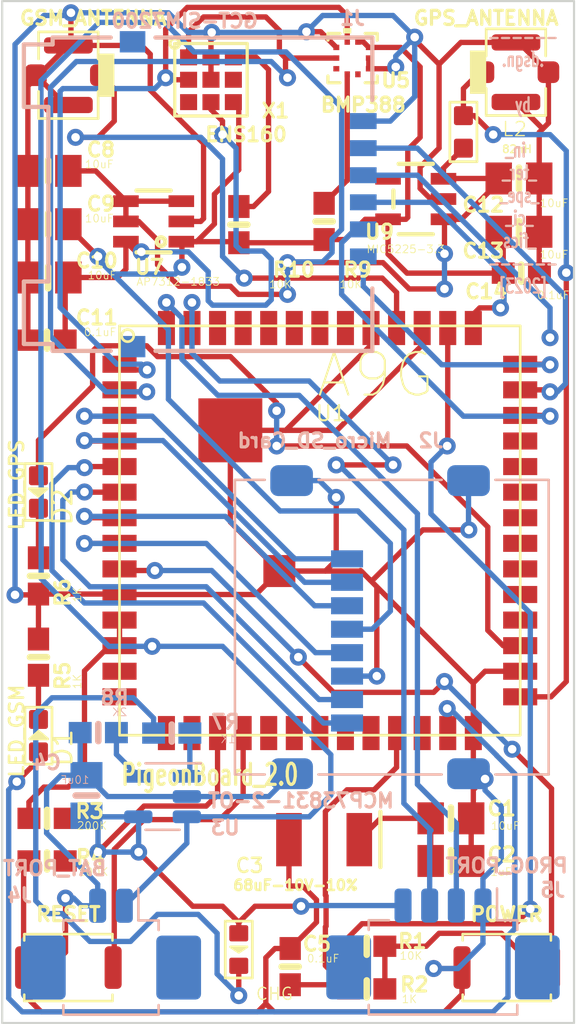
<source format=kicad_pcb>
(kicad_pcb (version 20221018) (generator pcbnew)
  (layers (0 "F.Cu" signal) (31 "B.Cu" signal) (34 "B.Paste" user) (35 "F.Paste" user) (36 "B.SilkS" user "B.Silkscreen") (37 "F.SilkS" user "F.Silkscreen") (38 "B.Mask" user) (39 "F.Mask" user) (44 "Edge.Cuts" user))
  (net 0 "")
  (net 1 "GND")
  (net 2 "/VIN_BAT")
  (net 3 "/IO29")
  (net 4 "/SD_D3")
  (net 5 "/SD_D2")
  (net 6 "/SD_CMD")
  (net 7 "3.3V")
  (net 8 "/SD_CLK")
  (net 9 "/SD_D0")
  (net 10 "/SD_D1")
  (net 11 "/GPS_RF")
  (net 12 "/UART_TX")
  (net 13 "/UART_RX")
  (net 14 "/ADC0")
  (net 15 "/RESET")
  (net 20 "/I2C2_SDA")
  (net 21 "/I2C2_SCL")
  (net 25 "+BATT")
  (net 32 "/SIM_DATA")
  (net 33 "/SIM_VDD")
  (net 34 "/SIM_CLK")
  (net 35 "/SIM_RST")
  (net 36 "/GSM_RF")
  (net 44 "1.8V")
  (net 45 "/PWR_KEY")
  (net 53 "/IO27")
  (net 54 "/IO28")
  (net 56 "Net-(D1-Pad-)")
  (net 57 "Net-(D2-Pad-)")
  (net 58 "+5V")
  (net 59 "Net-(CHG1-Pad-)")
  (net 60 "/VIO")
  (net 61 "Net-(U3-STAT)")
  (net 62 "Net-(U3-PROG)")
  (net 64 "Net-(U5-CSB)")
  (net 65 "Net-(X1-~{CS})")
  (net 66 "/SIM_VPP_UNCONN")
  (footprint "Adafruit ENS160:ENS160" (layer "F.Cu") (at 85.691 56.354)
    (fp_text reference "X1")
    (fp_text value "ENS160")
  )
  (footprint "Adafruit BMP388:0603-NO" (layer "F.Cu") (at 78 93 180)
    (fp_text reference "R4")
    (fp_text value "100K")
  )
  (footprint "Maduino Zero A9G GPS Tracker v3.3:4P-U-FL" (layer "F.Cu") (at 100 56)
    (fp_text reference "GPS_ANTENNA")
    (fp_text value "ANTENNA-U-FL")
  )
  (footprint "Adafruit BMP388:0603-NO" (layer "F.Cu") (at 77.597 79.629 90)
    (fp_text reference "R6")
    (fp_text value "1K")
  )
  (footprint "Adafruit BMP388:0603-NO" (layer "F.Cu") (at 87 63.15 -90)
    (fp_text reference "R10")
    (fp_text value "10K")
  )
  (footprint "Adafruit BMP388:0603-NO" (layer "F.Cu") (at 89.408 97.956 90)
    (fp_text reference "C5")
    (fp_text value "0.1uF")
  )
  (footprint "Button_Switch_SMD:SW_Push_SPST_NO_Alps_SKRK" (layer "F.Cu") (at 79 98 180)
    (fp_text reference "SW_RST1" hide)
    (fp_text value "RESET")
  )
  (footprint "Adafruit BMP388:0805-NO" (layer "F.Cu") (at 100.142 60.985392)
    (fp_text reference "C12")
    (fp_text value "10uF")
  )
  (footprint "Adafruit BMP388:0603-NO" (layer "F.Cu") (at 78 91)
    (fp_text reference "R3")
    (fp_text value "200K")
  )
  (footprint "Adafruit BMP388:0603-NO" (layer "F.Cu") (at 91 63 -90)
    (fp_text reference "R9")
    (fp_text value "10K")
  )
  (footprint "Adafruit ENS160:SOT23-6" (layer "F.Cu") (at 83 63 90)
    (fp_text reference "U7")
    (fp_text value "AP7312-1833")
  )
  (footprint "Adafruit BMP388:0603-NO" (layer "F.Cu") (at 77.597 83.439 -90)
    (fp_text reference "R5")
    (fp_text value "1K")
  )
  (footprint "Maduino Zero A9G GPS Tracker v3.3:LED-0603" (layer "F.Cu") (at 77.597 75.692 -90)
    (fp_text reference "D2")
    (fp_text value "LED_GPS")
  )
  (footprint "Adafruit BMP388:SOT23-5" (layer "F.Cu") (at 95.3001 61.95 90)
    (fp_text reference "U9")
    (fp_text value "MIC5225-3.3")
  )
  (footprint "Adafruit ENS160:0805-NO" (layer "F.Cu") (at 78.05 63.13 180)
    (fp_text reference "C9")
    (fp_text value "10uF")
  )
  (footprint "Adafruit ENS160:0603-NO" (layer "F.Cu") (at 78 68.57 180)
    (fp_text reference "C11")
    (fp_text value "0.1uF")
  )
  (footprint "Adafruit BMP388:0603-NO" (layer "F.Cu") (at 93 97 180)
    (fp_text reference "R1")
    (fp_text value "10K")
  )
  (footprint "Adafruit BMP388:0603-NO" (layer "F.Cu") (at 100.252 65.425392)
    (fp_text reference "C14")
    (fp_text value "0.1uF")
  )
  (footprint "Adafruit ENS160:0805-NO" (layer "F.Cu") (at 78.05 65.63 180)
    (fp_text reference "C10")
    (fp_text value "10uF")
  )
  (footprint "Maduino Zero A9G GPS Tracker v3.3:EIA3528" (layer "F.Cu") (at 91 92)
    (fp_text reference "C3")
    (fp_text value "68uF-10V-10%")
  )
  (footprint "Adafruit BMP388:0805-NO" (layer "F.Cu") (at 96.95 93 180)
    (fp_text reference "C2")
    (fp_text value "1uF")
  )
  (footprint "Adafruit BMP388:0603-NO" (layer "F.Cu") (at 93 99)
    (fp_text reference "R2")
    (fp_text value "1K")
  )
  (footprint "Adafruit ENS160:0805-NO" (layer "F.Cu") (at 78.05 60.63 180)
    (fp_text reference "C8")
    (fp_text value "10uF")
  )
  (footprint "Maduino Zero A9G GPS Tracker v3.3:L0603" (layer "F.Cu") (at 97.536 58.801 -90)
    (fp_text reference "L2")
    (fp_text value "82nH")
  )
  (footprint "Adafruit BMP388:0805-NO" (layer "F.Cu") (at 100.142 63.485392)
    (fp_text reference "C13")
    (fp_text value "10uF")
  )
  (footprint "footprints:QFN_BMP388_BOS" (layer "F.Cu") (at 92.334585 55.337172)
    (fp_text reference "U5")
    (fp_text value "BMP388")
  )
  (footprint "Maduino Zero A9G GPS Tracker v3.3:4P-U-FL" (layer "F.Cu") (at 79 56.141642 180)
    (fp_text reference "GSM_ANTENNA")
    (fp_text value "ANTENNA-U-FL")
  )
  (footprint "Maduino Zero A9G GPS Tracker v3.3:A9G" (layer "F.Cu") (at 90.8 77.5)
    (fp_text reference "U1")
    (fp_text value "A9G")
  )
  (footprint "Adafruit BMP388:0805-NO" (layer "F.Cu") (at 96.95 91 180)
    (fp_text reference "C1")
    (fp_text value "10uF")
  )
  (footprint "Button_Switch_SMD:SW_Push_SPST_NO_Alps_SKRK" (layer "F.Cu") (at 99.569479 98 180)
    (fp_text reference "SW_POW1" hide)
    (fp_text value "POWER")
  )
  (footprint "Maduino Zero A9G GPS Tracker v3.3:LED-0603" (layer "F.Cu") (at 77.597 87.122 90)
    (fp_text reference "D1")
    (fp_text value "LED_GSM")
  )
  (footprint "Maduino Zero A9G GPS Tracker v3.3:D0603" (layer "F.Cu") (at 86.995 97.155 -90)
    (fp_text reference "CHG")
    (fp_text value "CHG")
  )
  (footprint "sim7200:GCT_SIM7200-6-0-18-00-X_REVA" (layer "B.Cu") (at 85.087 61.723 -90)
    (fp_text reference "J1")
    (fp_text value "GCT-SIM7200-XRevA")
  )
  (footprint "Connector_Molex:Molex_PicoBlade_53261-0471_1x04-1MP_P1.25mm_Horizontal" (layer "B.Cu") (at 96.577191 97.491398 180)
    (fp_text reference "J5")
    (fp_text value "PROG_PORT")
  )
  (footprint "Connector_Molex:Molex_PicoBlade_53261-0271_1x02-1MP_P1.25mm_Horizontal" (layer "B.Cu") (at 81 97.5 180)
    (fp_text reference "J4")
    (fp_text value "BAT_PORT")
  )
  (footprint "Adafruit BMP388:0805-NO" (layer "B.Cu") (at 79.85 89.929227 -90)
    (fp_text reference "C4")
    (fp_text value "10uF")
  )
  (footprint "Connector_Card:microSD_HC_Molex_47219-2001" (layer "B.Cu") (at 94.175 82.033 -90)
    (fp_text reference "J2")
    (fp_text value "Micro_SD_Card")
  )
  (footprint "Package_TO_SOT_SMD:SOT-23-5" (layer "B.Cu") (at 83.420188 89.978133 180)
    (fp_text reference "U3")
    (fp_text value "MCP73831-2-OT")
  )
  (footprint "Adafruit BMP388:0603-NO" (layer "B.Cu") (at 80.404275 86.978523 180)
    (fp_text reference "R8")
    (fp_text value "2K")
  )
  (footprint "Adafruit BMP388:0603-NO" (layer "B.Cu") (at 83.85 87)
    (fp_text reference "R7")
    (fp_text value "1K")
  )
  (gr_rect (start 75.895 52.663278) (end 102.725 100.6) (stroke (width 0.1)) (fill none) (layer "Edge.Cuts"))
  (gr_text "------\n.dsgn.\n\n  by  \n\n  in_\n _ter_\n _spe_\n _ci_\n _fics\n------\n[2023]" (at 100.33 66.421) (layer "B.SilkS") (effects (font (size 0.66 0.44) (thickness 0.11) bold) (justify bottom mirror)))
  (gr_text "PigeonBoard_2.0" (at 81.407 89.535) (layer "F.SilkS") (effects (font (size 0.99 0.66)) (justify left bottom)))
  (segment (start 82.430642 54.744642) (end 82.841 55.155) (width 0.25) (layer "F.Cu") (net 1))
  (segment (start 86.6 77.1) (end 88.9 79.4) (width 0.25) (layer "F.Cu") (net 1))
  (segment (start 98.552 89.154) (end 98.508 89.154) (width 0.25) (layer "F.Cu") (net 1))
  (segment (start 88.9 79.4) (end 91.059 79.4) (width 0.25) (layer "F.Cu") (net 1))
  (segment (start 98 88.602) (end 98 88.519) (width 0.25) (layer "F.Cu") (net 1))
  (segment (start 100 54.603) (end 100.127 54.603) (width 0.25) (layer "F.Cu") (net 1))
  (segment (start 88.265 99.695) (end 87.884 100.076) (width 0.25) (layer "F.Cu") (net 1))
  (segment (start 93.472 80.137) (end 97.987 84.652) (width 0.25) (layer "F.Cu") (net 1))
  (segment (start 81.379 80.479) (end 81.4 80.5) (width 0.25) (layer "F.Cu") (net 1))
  (segment (start 98.508 89.154) (end 98 89.662) (width 0.25) (layer "F.Cu") (net 1))
  (segment (start 77.597 80.479) (end 81.379 80.479) (width 0.25) (layer "F.Cu") (net 1))
  (segment (start 85.691 55.304) (end 85.691 54.1675) (width 0.25) (layer "F.Cu") (net 1))
  (segment (start 78.873 57.538642) (end 77.476 56.141642) (width 0.25) (layer "F.Cu") (net 1))
  (segment (start 91.6 72.8) (end 89.2 72.8) (width 0.25) (layer "F.Cu") (net 1))
  (segment (start 100.127 54.603) (end 101.524 56) (width 0.25) (layer "F.Cu") (net 1))
  (segment (start 92.837 79.502) (end 92.735 79.4) (width 0.25) (layer "F.Cu") (net 1))
  (segment (start 76.4975 80.518) (end 77.558 80.518) (width 0.25) (layer "F.Cu") (net 1))
  (segment (start 85.691 55.304) (end 85.691 56.354) (width 0.25) (layer "F.Cu") (net 1))
  (segment (start 76.9 99.252) (end 76.9 98) (width 0.25) (layer "F.Cu") (net 1))
  (segment (start 93.2815 79.8195) (end 93.1545 79.8195) (width 0.25) (layer "F.Cu") (net 1))
  (segment (start 101.092 58.821244) (end 101.258122 58.655122) (width 0.25) (layer "F.Cu") (net 1))
  (segment (start 97.79 77.47) (end 95.631 77.47) (width 0.25) (layer "F.Cu") (net 1))
  (segment (start 93.472 84.328) (end 93.472 80.137) (width 0.25) (layer "F.Cu") (net 1))
  (segment (start 89.35 94.176) (end 89.994305 94.176) (width 0.25) (layer "F.Cu") (net 1))
  (segment (start 91.567 78.892) (end 91.059 79.4) (width 0.25) (layer "F.Cu") (net 1))
  (segment (start 95.6 68.8) (end 91.6 72.8) (width 0.25) (layer "F.Cu") (net 1))
  (segment (start 89.994305 94.176) (end 90.641 94.822695) (width 0.25) (layer "F.Cu") (net 1))
  (segment (start 88.265 97.536) (end 88.265 99.695) (width 0.25) (layer "F.Cu") (net 1))
  (segment (start 95.25 54.356) (end 95.25 54.483) (width 0.25) (layer "F.Cu") (net 1))
  (segment (start 87.884 100.076) (end 77.724 100.076) (width 0.25) (layer "F.Cu") (net 1))
  (segment (start 95.25 54.483) (end 96.393 55.626) (width 0.25) (layer "F.Cu") (net 1))
  (segment (start 97.416 54.603) (end 100 54.603) (width 0.25) (layer "F.Cu") (net 1))
  (segment (start 77.1 56.644642) (end 77.603 56.141642) (width 0.25) (layer "F.Cu") (net 1))
  (segment (start 77.1 65.63) (end 77.1 68.52) (width 0.25) (layer "F.Cu") (net 1))
  (segment (start 77.1 63.13) (end 77.1 65.63) (width 0.25) (layer "F.Cu") (net 1))
  (segment (start 96.139 98.044) (end 97.425479 98.044) (width 0.25) (layer "F.Cu") (net 1))
  (segment (start 79.121 54.623642) (end 79 54.744642) (width 0.25) (layer "F.Cu") (net 1))
  (segment (start 77.558 80.518) (end 77.597 80.479) (width 0.25) (layer "F.Cu") (net 1))
  (segment (start 87.8 80.5) (end 88.9 79.4) (width 0.25) (layer "F.Cu") (net 1))
  (segment (start 89.408 97.106) (end 88.695 97.106) (width 0.25) (layer "F.Cu") (net 1))
  (segment (start 97.9 91) (end 97.9 93) (width 0.25) (layer "F.Cu") (net 1))
  (segment (start 90.641 94.822695) (end 90.641 95.873) (width 0.25) (layer "F.Cu") (net 1))
  (segment (start 77.1 68.52) (end 77.15 68.57) (width 0.25) (layer "F.Cu") (net 1))
  (segment (start 79.121 53.213) (end 79.121 54.623642) (width 0.25) (layer "F.Cu") (net 1))
  (segment (start 98 89.662) (end 98 90.9) (width 0.25) (layer "F.Cu") (net 1))
  (segment (start 78.061 98) (end 76.9 98) (width 0.25) (layer "F.Cu") (net 1))
  (segment (start 86.6 72.8) (end 86.6 77.1) (width 0.25) (layer "F.Cu") (net 1))
  (segment (start 96.0002 61.95) (end 95.504 61.4538) (width 0.25) (layer "F.Cu") (net 1))
  (segment (start 98 87) (end 98 88.519) (width 0.25) (layer "F.Cu") (net 1))
  (segment (start 95.504 60.452) (end 96.393 59.563) (width 0.25) (layer "F.Cu") (net 1))
  (segment (start 77.1 56.517642) (end 77.476 56.141642) (width 0.25) (layer "F.Cu") (net 1))
  (segment (start 92.837 79.502) (end 92.71 79.375) (width 0.25) (layer "F.Cu") (net 1))
  (segment (start 85.209 63) (end 84.3 63) (width 0.25) (layer "F.Cu") (net 1))
  (segment (start 79 54.617642) (end 79 54.744642) (width 0.25) (layer "F.Cu") (net 1))
  (segment (start 76.9 93.25) (end 77.15 93) (width 0.25) (layer "F.Cu") (net 1))
  (segment (start 101.092 65.415392) (end 101.102 65.425392) (width 0.25) (layer "F.Cu") (net 1))
  (segment (start 77.597 82.589) (end 77.597 80.479) (width 0.25) (layer "F.Cu") (net 1))
  (segment (start 85.344 62.865) (end 85.209 63) (width 0.25) (layer "F.Cu") (net 1))
  (segment (start 79 54.744642) (end 82.430642 54.744642) (width 0.25) (layer "F.Cu") (net 1))
  (segment (start 89.2 72.8) (end 86.6 72.8) (width 0.25) (layer "F.Cu") (net 1))
  (segment (start 94.276829 55.837171) (end 94.361 55.753) (width 0.25) (layer "F.Cu") (net 1))
  (segment (start 79 54.744642) (end 77.603 56.141642) (width 0.25) (layer "F.Cu") (net 1))
  (segment (start 97.469479 99.253521) (end 96.647 100.076) (width 0.25) (layer "F.Cu") (net 1))
  (segment (start 97.987 84.652) (end 98 84.652) (width 0.25) (layer "F.Cu") (net 1))
  (segment (start 79 57.538642) (end 78.873 57.538642) (width 0.25) (layer "F.Cu") (net 1))
  (segment (start 88.646 100.076) (end 88.265 99.695) (width 0.25) (layer "F.Cu") (net 1))
  (segment (start 98 84.652) (end 98.552 84.1) (width 0.25) (layer "F.Cu") (net 1))
  (segment (start 100.2 84.1) (end 98.552 84.1) (width 0.25) (layer "F.Cu") (net 1))
  (segment (start 97.425479 98.044) (end 97.469479 98) (width 0.25) (layer "F.Cu") (net 1))
  (segment (start 101.524 58.389244) (end 101.258122 58.655122) (width 0.25) (layer "F.Cu") (net 1))
  (segment (start 93.2 68.8) (end 89.2 72.8) (width 0.25) (layer "F.Cu") (net 1))
  (segment (start 78.867 97.282) (end 78.105 98.044) (width 0.25) (layer "F.Cu") (net 1))
  (segment (start 96.647 100.076) (end 88.646 100.076) (width 0.25) (layer "F.Cu") (net 1))
  (segment (start 101.092 60.985392) (end 101.092 63.485392) (width 0.25) (layer "F.Cu") (net 1))
  (segment (start 81.4 80.5) (end 87.8 80.5) (width 0.25) (layer "F.Cu") (net 1))
  (segment (start 96.393 59.563) (end 96.393 55.626) (width 0.25) (layer "F.Cu") (net 1))
  (segment (start 93.096585 55.337172) (end 93.096585 55.837171) (width 0.25) (layer "F.Cu") (net 1))
  (segment (start 90.837412 54.102) (end 91.572585 54.837173) (width 0.25) (layer "F.Cu") (net 1))
  (segment (start 98 87) (end 98 84.652) (width 0.25) (layer "F.Cu") (net 1))
  (segment (start 82.841 55.155) (end 82.841 56.83862) (width 0.25) (layer "F.Cu") (net 1))
  (segment (start 77.1 60.63) (end 77.1 56.517642) (width 0.25) (layer "F.Cu") (net 1))
  (segment (start 88.695 97.106) (end 88.265 97.536) (width 0.25) (layer "F.Cu") (net 1))
  (segment (start 97.469479 98) (end 97.469479 99.253521) (width 0.25) (layer "F.Cu") (net 1))
  (segment (start 95.504 61.4538) (end 95.504 60.452) (width 0.25) (layer "F.Cu") (net 1))
  (segment (start 101.524 56) (end 101.524 58.389244) (width 0.25) (layer "F.Cu") (net 1))
  (segment (start 85.344 59.34162) (end 85.344 62.865) (width 0.25) (layer "F.Cu") (net 1))
  (segment (start 93.096585 55.837171) (end 94.276829 55.837171) (width 0.25) (layer "F.Cu") (net 1))
  (segment (start 93.2 68) (end 93.2 68.8) (width 0.25) (layer "F.Cu") (net 1))
  (segment (start 91.567 75.946) (end 91.567 78.892) (width 0.25) (layer "F.Cu") (net 1))
  (segment (start 89.35 92) (end 89.35 94.176) (width 0.25) (layer "F.Cu") (net 1))
  (segment (start 98.552 89.154) (end 98 88.602) (width 0.25) (layer "F.Cu") (net 1))
  (segment (start 98 90.9) (end 97.9 91) (width 0.25) (layer "F.Cu") (net 1))
  (segment (start 76.9 98) (end 76.9 93.25) (width 0.25) (layer "F.Cu") (net 1))
  (segment (start 101.092 63.485392) (end 101.092 65.415392) (width 0.25) (layer "F.Cu") (net 1))
  (segment (start 95.631 77.47) (end 93.2815 79.8195) (width 0.25) (layer "F.Cu") (net 1))
  (segment (start 93.1545 79.8195) (end 92.837 79.502) (width 0.25) (layer "F.Cu") (net 1))
  (segment (start 77.724 100.076) (end 76.9 99.252) (width 0.25) (layer "F.Cu") (net 1))
  (segment (start 92.735 79.4) (end 91.059 79.4) (width 0.25) (layer "F.Cu") (net 1))
  (segment (start 101.258122 58.655122) (end 100 57.397) (width 0.25) (layer "F.Cu") (net 1))
  (segment (start 90.17 54.102) (end 90.837412 54.102) (width 0.25) (layer "F.Cu") (net 1))
  (segment (start 77.1 60.63) (end 77.1 63.13) (width 0.25) (layer "F.Cu") (net 1))
  (segment (start 90.641 95.873) (end 89.408 97.106) (width 0.25) (layer "F.Cu") (net 1))
  (segment (start 82.841 56.83862) (end 85.344 59.34162) (width 0.25) (layer "F.Cu") (net 1))
  (segment (start 95.6 68) (end 95.6 68.8) (width 0.25) (layer "F.Cu") (net 1))
  (segment (start 85.691 54.1675) (end 85.725 54.1335) (width 0.25) (layer "F.Cu") (net 1))
  (segment (start 101.092 60.985392) (end 101.092 58.821244) (width 0.25) (layer "F.Cu") (net 1))
  (segment (start 96.393 55.626) (end 97.416 54.603) (width 0.25) (layer "F.Cu") (net 1))
  (segment (start 93.472 80.137) (end 93.1545 79.8195) (width 0.25) (layer "F.Cu") (net 1))
  (segment (start 78.867 94.742) (end 78.867 97.282) (width 0.25) (layer "F.Cu") (net 1))
  (segment (start 96.6002 61.95) (end 96.0002 61.95) (width 0.25) (layer "F.Cu") (net 1))
  (via (at 76.4975 80.518) (size 0.8) (drill 0.4) (layers "F.Cu" "B.Cu") (net 1))
  (via (at 94.361 55.753) (size 0.8) (drill 0.4) (layers "F.Cu" "B.Cu") (net 1))
  (via (at 98.552 89.154) (size 0.8) (drill 0.4) (layers "F.Cu" "B.Cu") (net 1))
  (via (at 96.139 98.044) (size 0.8) (drill 0.4) (layers "F.Cu" "B.Cu") (net 1))
  (via (at 95.25 54.356) (size 0.8) (drill 0.4) (layers "F.Cu" "B.Cu") (net 1))
  (via (at 78.867 94.742) (size 0.8) (drill 0.4) (layers "F.Cu" "B.Cu") (net 1))
  (via (at 91.567 75.946) (size 0.8) (drill 0.4) (layers "F.Cu" "B.Cu") (net 1))
  (via (at 79.121 53.213) (size 0.8) (drill 0.4) (layers "F.Cu" "B.Cu") (net 1))
  (via (at 93.472 84.328) (size 0.8) (drill 0.4) (layers "F.Cu" "B.Cu") (net 1))
  (via (at 85.725 54.1335) (size 0.8) (drill 0.4) (layers "F.Cu" "B.Cu") (net 1))
  (via (at 97.79 77.47) (size 0.8) (drill 0.4) (layers "F.Cu" "B.Cu") (net 1))
  (via (at 90.17 54.102) (size 0.8) (drill 0.4) (layers "F.Cu" "B.Cu") (net 1))
  (segment (start 94.234 53.34) (end 90.932 53.34) (width 0.25) (layer "B.Cu") (net 1))
  (segment (start 98.452191 96.873809) (end 98.452191 95.091398) (width 0.25) (layer "B.Cu") (net 1))
  (segment (start 97.775 77.455) (end 97.79 77.47) (width 0.25) (layer "B.Cu") (net 1))
  (segment (start 77.851 53.34) (end 78.994 53.34) (width 0.25) (layer "B.Cu") (net 1))
  (segment (start 98.021 89.154) (end 97.775 88.908) (width 0.25) (layer "B.Cu") (net 1))
  (segment (start 95.25 54.356) (end 94.234 53.34) (width 0.25) (layer "B.Cu") (net 1))
  (segment (start 95.25 54.356) (end 94.996 54.102) (width 0.25) (layer "B.Cu") (net 1))
  (segment (start 99.314 92.964) (end 98.452191 93.825809) (width 0.25) (layer "B.Cu") (net 1))
  (segment (start 98.552 89.685) (end 99.291 90.424) (width 0.25) (layer "B.Cu") (net 1))
  (segment (start 84.557688 89.978133) (end 88.404867 89.978133) (width 0.25) (layer "B.Cu") (net 1))
  (segment (start 79.554275 88.683502) (end 79.85 88.979227) (width 0.25) (layer "B.Cu") (net 1))
  (segment (start 76.4975 54.6935) (end 77.851 53.34) (width 0.25) (layer "B.Cu") (net 1))
  (segment (start 77.978 89.662) (end 78.660773 88.979227) (width 0.25) (layer "B.Cu") (net 1))
  (segment (start 97.775 75.158) (end 97.775 77.455) (width 0.25) (layer "B.Cu") (net 1))
  (segment (start 94.107 58.293) (end 92.837 58.293) (width 0.25) (layer "B.Cu") (net 1))
  (segment (start 98.452191 93.825809) (end 98.452191 95.091398) (width 0.25) (layer "B.Cu") (net 1))
  (segment (start 79.554275 86.978523) (end 79.554275 88.683502) (width 0.25) (layer "B.Cu") (net 1))
  (segment (start 99.314 90.424) (end 99.314 92.964) (width 0.25) (layer "B.Cu") (net 1))
  (segment (start 77.978 91.694) (end 77.978 89.662) (width 0.25) (layer "B.Cu") (net 1))
  (segment (start 95.25 54.356) (end 95.25 57.15) (width 0.25) (layer "B.Cu") (net 1))
  (segment (start 90.779 75.158) (end 91.567 75.946) (width 0.25) (layer "B.Cu") (net 1))
  (segment (start 80.375 94.091) (end 77.978 91.694) (width 0.25) (layer "B.Cu") (net 1))
  (segment (start 97.282 98.044) (end 98.452191 96.873809) (width 0.25) (layer "B.Cu") (net 1))
  (segment (start 78.867 94.742) (end 79.248 94.742) (width 0.25) (layer "B.Cu") (net 1))
  (segment (start 79.652 95.1) (end 80.375 95.1) (width 0.25) (layer "B.Cu") (net 1))
  (segment (start 79.629 95.123) (end 79.652 95.1) (width 0.25) (layer "B.Cu") (net 1))
  (segment (start 90.932 53.34) (end 90.17 54.102) (width 0.25) (layer "B.Cu") (net 1))
  (segment (start 98.552 89.154) (end 98.021 89.154) (width 0.25) (layer "B.Cu") (net 1))
  (segment (start 95.25 57.15) (end 94.107 58.293) (width 0.25) (layer "B.Cu") (net 1))
  (segment (start 92.075 84.328) (end 93.472 84.328) (width 0.25) (layer "B.Cu") (net 1))
  (segment (start 98.552 89.154) (end 98.552 89.685) (width 0.25) (layer "B.Cu") (net 1))
  (segment (start 99.291 90.424) (end 99.314 90.424) (width 0.25) (layer "B.Cu") (net 1))
  (segment (start 96.139 98.044) (end 97.282 98.044) (width 0.25) (layer "B.Cu") (net 1))
  (segment (start 85.725 54.1335) (end 90.1385 54.1335) (width 0.25) (layer "B.Cu") (net 1))
  (segment (start 88.404867 89.978133) (end 89.475 88.908) (width 0.25) (layer "B.Cu") (net 1))
  (segment (start 78.660773 88.979227) (end 79.85 88.979227) (width 0.25) (layer "B.Cu") (net 1))
  (segment (start 76.4975 80.518) (end 76.4975 54.6935) (width 0.25) (layer "B.Cu") (net 1))
  (segment (start 80.375 95.1) (end 80.375 94.091) (width 0.25) (layer "B.Cu") (net 1))
  (segment (start 94.361 55.753) (end 94.361 55.245) (width 0.25) (layer "B.Cu") (net 1))
  (segment (start 94.361 55.245) (end 95.25 54.356) (width 0.25) (layer "B.Cu") (net 1))
  (segment (start 84.6135 54.1335) (end 83.693 53.213) (width 0.25) (layer "B.Cu") (net 1))
  (segment (start 78.994 53.34) (end 79.121 53.213) (width 0.25) (layer "B.Cu") (net 1))
  (segment (start 83.693 53.213) (end 79.121 53.213) (width 0.25) (layer "B.Cu") (net 1))
  (segment (start 89.475 75.158) (end 90.779 75.158) (width 0.25) (layer "B.Cu") (net 1))
  (segment (start 85.725 54.1335) (end 84.6135 54.1335) (width 0.25) (layer "B.Cu") (net 1))
  (segment (start 90.1385 54.1335) (end 90.17 54.102) (width 0.25) (layer "B.Cu") (net 1))
  (segment (start 84.557688 89.978133) (end 80.848906 89.978133) (width 0.25) (layer "B.Cu") (net 1))
  (segment (start 79.248 94.742) (end 79.629 95.123) (width 0.25) (layer "B.Cu") (net 1))
  (segment (start 80.848906 89.978133) (end 79.85 88.979227) (width 0.25) (layer "B.Cu") (net 1))
  (segment (start 93.65 91) (end 92.65 92) (width 0.25) (layer "F.Cu") (net 2))
  (segment (start 96 91) (end 93.65 91) (width 0.25) (layer "F.Cu") (net 2))
  (segment (start 96 91) (end 96 93) (width 0.25) (layer "F.Cu") (net 2))
  (segment (start 91.091 96.059396) (end 91.091 94.636299) (width 0.25) (layer "F.Cu") (net 3))
  (segment (start 91.059 97.909) (end 92.15 99) (width 0.25) (layer "F.Cu") (net 3))
  (segment (start 94.4 87) (end 94.4 88.607) (width 0.25) (layer "F.Cu") (net 3))
  (segment (start 91.059 96.091396) (end 91.059 97.909) (width 0.25) (layer "F.Cu") (net 3))
  (segment (start 89.408 98.806) (end 91.956 98.806) (width 0.25) (layer "F.Cu") (net 3))
  (segment (start 91.059 90.678) (end 91.059 94.604299) (width 0.25) (layer "F.Cu") (net 3))
  (segment (start 94.4 88.607) (end 93.345 89.662) (width 0.25) (layer "F.Cu") (net 3))
  (segment (start 93.345 89.662) (end 92.075 89.662) (width 0.25) (layer "F.Cu") (net 3))
  (segment (start 91.059 96.091396) (end 91.091 96.059396) (width 0.25) (layer "F.Cu") (net 3))
  (segment (start 91.091 94.636299) (end 91.059 94.604299) (width 0.25) (layer "F.Cu") (net 3))
  (segment (start 92.075 89.662) (end 91.059 90.678) (width 0.25) (layer "F.Cu") (net 3))
  (segment (start 91.956 98.806) (end 92.15 99) (width 0.25) (layer "F.Cu") (net 3))
  (segment (start 79.792 72.1) (end 79.756 72.136) (width 0.25) (layer "F.Cu") (net 4))
  (segment (start 81.364 72.136) (end 81.4 72.1) (width 0.25) (layer "F.Cu") (net 4))
  (segment (start 79.756 72.136) (end 81.364 72.136) (width 0.25) (layer "F.Cu") (net 4))
  (via (at 79.756 72.136) (size 0.8) (drill 0.4) (layers "F.Cu" "B.Cu") (net 4))
  (segment (start 89.623 78.828) (end 82.931 72.136) (width 0.25) (layer "B.Cu") (net 4))
  (segment (start 82.931 72.136) (end 79.756 72.136) (width 0.25) (layer "B.Cu") (net 4))
  (segment (start 92.075 78.828) (end 89.623 78.828) (width 0.25) (layer "B.Cu") (net 4))
  (segment (start 79.776998 73.3) (end 79.756 73.279002) (width 0.25) (layer "F.Cu") (net 5))
  (segment (start 81.4 73.3) (end 79.776998 73.3) (width 0.25) (layer "F.Cu") (net 5))
  (via (at 79.756 73.279002) (size 0.8) (drill 0.4) (layers "F.Cu" "B.Cu") (net 5))
  (segment (start 79.756002 73.279) (end 79.756 73.279002) (width 0.25) (layer "B.Cu") (net 5))
  (segment (start 90.088 79.928) (end 83.439 73.279) (width 0.25) (layer "B.Cu") (net 5))
  (segment (start 83.439 73.279) (end 79.756002 73.279) (width 0.25) (layer "B.Cu") (net 5))
  (segment (start 92.075 79.928) (end 90.088 79.928) (width 0.25) (layer "B.Cu") (net 5))
  (segment (start 81.4 76.9) (end 79.821 76.9) (width 0.25) (layer "F.Cu") (net 6))
  (segment (start 79.821 76.9) (end 79.756 76.835) (width 0.25) (layer "F.Cu") (net 6))
  (via (at 79.756 76.835) (size 0.8) (drill 0.4) (layers "F.Cu" "B.Cu") (net 6))
  (segment (start 92.075 81.028) (end 90.553 81.028) (width 0.25) (layer "B.Cu") (net 6))
  (segment (start 90.553 81.028) (end 86.36 76.835) (width 0.25) (layer "B.Cu") (net 6))
  (segment (start 86.36 76.835) (end 79.756 76.835) (width 0.25) (layer "B.Cu") (net 6))
  (segment (start 92.834584 54.575172) (end 93.096585 54.837173) (width 0.25) (layer "F.Cu") (net 7))
  (segment (start 87 64) (end 90.85 64) (width 0.25) (layer "F.Cu") (net 7))
  (segment (start 90.85 64) (end 91 63.85) (width 0.25) (layer "F.Cu") (net 7))
  (segment (start 85.852 61.722) (end 86.995 60.579) (width 0.25) (layer "F.Cu") (net 7))
  (segment (start 94 62.9) (end 94 62.885) (width 0.25) (layer "F.Cu") (net 7))
  (segment (start 91 63.85) (end 91.979 63.85) (width 0.25) (layer "F.Cu") (net 7))
  (segment (start 86.95 63.95) (end 87 64) (width 0.25) (layer "F.Cu") (net 7))
  (segment (start 91.979 63.85) (end 92.929 62.9) (width 0.25) (layer "F.Cu") (net 7))
  (segment (start 85.852 63.119) (end 85.852 61.722) (width 0.25) (layer "F.Cu") (net 7))
  (segment (start 94 64.536) (end 94.889392 65.425392) (width 0.25) (layer "F.Cu") (net 7))
  (segment (start 94.925 59.634) (end 95.0595 59.4995) (width 0.25) (layer "F.Cu") (net 7))
  (segment (start 99.192 63.485392) (end 98.923392 63.754) (width 0.25) (layer "F.Cu") (net 7))
  (segment (start 85.021 63.95) (end 85.852 63.119) (width 0.25) (layer "F.Cu") (net 7))
  (segment (start 84.3 63.95) (end 85.021 63.95) (width 0.25) (layer "F.Cu") (net 7))
  (segment (start 94 62.9) (end 94 64.536) (width 0.25) (layer "F.Cu") (net 7))
  (segment (start 94.834 62.9) (end 94.925 62.809) (width 0.25) (layer "F.Cu") (net 7))
  (segment (start 95.504 59.055) (end 95.0595 59.4995) (width 0.25) (layer "F.Cu") (net 7))
  (segment (start 94.925 62.809) (end 94.925 59.634) (width 0.25) (layer "F.Cu") (net 7))
  (segment (start 84.3 63.95) (end 86.95 63.95) (width 0.25) (layer "F.Cu") (net 7))
  (segment (start 94.889392 65.425392) (end 99.568122 65.425392) (width 0.25) (layer "F.Cu") (net 7))
  (segment (start 95.504 55.753) (end 95.504 59.055) (width 0.25) (layer "F.Cu") (net 7))
  (segment (start 79 63.252) (end 80.391 64.643) (width 0.25) (layer "F.Cu") (net 7))
  (segment (start 94.588173 54.837173) (end 95.504 55.753) (width 0.25) (layer "F.Cu") (net 7))
  (segment (start 93.096585 54.837173) (end 94.588173 54.837173) (width 0.25) (layer "F.Cu") (net 7))
  (segment (start 86.995 60.579) (end 86.995 57.658) (width 0.25) (layer "F.Cu") (net 7))
  (segment (start 86.995 57.658) (end 86.741 57.404) (width 0.25) (layer "F.Cu") (net 7))
  (segment (start 94 62.885) (end 93.98 62.865) (width 0.25) (layer "F.Cu") (net 7))
  (segment (start 94 62.9) (end 94.834 62.9) (width 0.25) (layer "F.Cu") (net 7))
  (segment (start 84.328 65.1505) (end 84.328 63.978) (width 0.25) (layer "F.Cu") (net 7))
  (segment (start 92.584585 54.575172) (end 92.834584 54.575172) (width 0.25) (layer "F.Cu") (net 7))
  (segment (start 99.402 63.695392) (end 99.192 63.485392) (width 0.25) (layer "F.Cu") (net 7))
  (segment (start 92.929 62.9) (end 94 62.9) (width 0.25) (layer "F.Cu") (net 7))
  (segment (start 84.328 63.978) (end 84.3 63.95) (width 0.25) (layer "F.Cu") (net 7))
  (segment (start 79 63.13) (end 79 63.252) (width 0.25) (layer "F.Cu") (net 7))
  (segment (start 99.402 65.425392) (end 99.402 63.695392) (width 0.25) (layer "F.Cu") (net 7))
  (via (at 84.328 65.1505) (size 0.8) (drill 0.4) (layers "F.Cu" "B.Cu") (net 7))
  (via (at 80.391 64.643) (size 0.8) (drill 0.4) (layers "F.Cu" "B.Cu") (net 7))
  (segment (start 92.075 82.128) (end 93.259 82.128) (width 0.25) (layer "B.Cu") (net 7))
  (segment (start 88.93272 76.581) (end 83.693 71.34128) (width 0.25) (layer "B.Cu") (net 7))
  (segment (start 83.693 68.072) (end 81.0895 65.4685) (width 0.25) (layer "B.Cu") (net 7))
  (segment (start 84.328 65.1505) (end 84.01 65.4685) (width 0.25) (layer "B.Cu") (net 7))
  (segment (start 80.391 64.643) (end 80.391 64.77) (width 0.25) (layer "B.Cu") (net 7))
  (segment (start 83.693 71.34128) (end 83.693 68.072) (width 0.25) (layer "B.Cu") (net 7))
  (segment (start 92.583 76.581) (end 88.93272 76.581) (width 0.25) (layer "B.Cu") (net 7))
  (segment (start 94.107 81.28) (end 94.107 78.105) (width 0.25) (layer "B.Cu") (net 7))
  (segment (start 80.391 64.77) (end 80.772 65.151) (width 0.25) (layer "B.Cu") (net 7))
  (segment (start 81.0895 65.4685) (end 80.772 65.151) (width 0.25) (layer "B.Cu") (net 7))
  (segment (start 84.01 65.4685) (end 81.0895 65.4685) (width 0.25) (layer "B.Cu") (net 7))
  (segment (start 94.107 78.105) (end 92.583 76.581) (width 0.25) (layer "B.Cu") (net 7))
  (segment (start 93.259 82.128) (end 94.107 81.28) (width 0.25) (layer "B.Cu") (net 7))
  (segment (start 81.4 78.1) (end 79.761 78.1) (width 0.25) (layer "F.Cu") (net 8))
  (segment (start 79.761 78.1) (end 79.756 78.105) (width 0.25) (layer "F.Cu") (net 8))
  (via (at 79.756 78.105) (size 0.8) (drill 0.4) (layers "F.Cu" "B.Cu") (net 8))
  (segment (start 85.471 78.105) (end 90.594 83.228) (width 0.25) (layer "B.Cu") (net 8))
  (segment (start 90.594 83.228) (end 92.075 83.228) (width 0.25) (layer "B.Cu") (net 8))
  (segment (start 79.756 78.105) (end 85.471 78.105) (width 0.25) (layer "B.Cu") (net 8))
  (segment (start 81.4 75.7) (end 79.764 75.7) (width 0.25) (layer "F.Cu") (net 9))
  (segment (start 79.764 75.7) (end 79.756 75.692) (width 0.25) (layer "F.Cu") (net 9))
  (via (at 79.756 75.692) (size 0.8) (drill 0.4) (layers "F.Cu" "B.Cu") (net 9))
  (segment (start 92.075 85.428) (end 90.762 85.428) (width 0.25) (layer "B.Cu") (net 9))
  (segment (start 78.74 78.867) (end 78.74 76.073) (width 0.25) (layer "B.Cu") (net 9))
  (segment (start 78.74 76.073) (end 79.121 75.692) (width 0.25) (layer "B.Cu") (net 9))
  (segment (start 80.01 80.137) (end 78.74 78.867) (width 0.25) (layer "B.Cu") (net 9))
  (segment (start 85.471 80.137) (end 80.01 80.137) (width 0.25) (layer "B.Cu") (net 9))
  (segment (start 90.762 85.428) (end 85.471 80.137) (width 0.25) (layer "B.Cu") (net 9))
  (segment (start 79.121 75.692) (end 79.756 75.692) (width 0.25) (layer "B.Cu") (net 9))
  (segment (start 81.4 74.5) (end 79.805 74.5) (width 0.25) (layer "F.Cu") (net 10))
  (segment (start 79.805 74.5) (end 79.756 74.549) (width 0.25) (layer "F.Cu") (net 10))
  (via (at 79.756 74.549) (size 0.8) (drill 0.4) (layers "F.Cu" "B.Cu") (net 10))
  (segment (start 78.232 79.375) (end 78.232 75.311) (width 0.25) (layer "B.Cu") (net 10))
  (segment (start 78.232 75.311) (end 78.994 74.549) (width 0.25) (layer "B.Cu") (net 10))
  (segment (start 85.344 80.899) (end 79.756 80.899) (width 0.25) (layer "B.Cu") (net 10))
  (segment (start 92.075 86.528) (end 90.973 86.528) (width 0.25) (layer "B.Cu") (net 10))
  (segment (start 78.994 74.549) (end 79.756 74.549) (width 0.25) (layer "B.Cu") (net 10))
  (segment (start 79.756 80.899) (end 78.232 79.375) (width 0.25) (layer "B.Cu") (net 10))
  (segment (start 90.973 86.528) (end 85.344 80.899) (width 0.25) (layer "B.Cu") (net 10))
  (segment (start 102.362 65.405) (end 102.362 84.582) (width 0.25) (layer "F.Cu") (net 11))
  (segment (start 98.476 56) (end 98.305 56) (width 0.25) (layer "F.Cu") (net 11))
  (segment (start 102.362 84.582) (end 102.235 84.709) (width 0.25) (layer "F.Cu") (net 11))
  (segment (start 98.305 56) (end 97.536 56.769) (width 0.25) (layer "F.Cu") (net 11))
  (segment (start 101.644 85.3) (end 100.2 85.3) (width 0.25) (layer "F.Cu") (net 11))
  (segment (start 97.536 58.039) (end 98.044 58.039) (width 0.25) (layer "F.Cu") (net 11))
  (segment (start 97.536 56.769) (end 97.536 58.039) (width 0.25) (layer "F.Cu") (net 11))
  (segment (start 102.235 84.709) (end 101.644 85.3) (width 0.25) (layer "F.Cu") (net 11))
  (segment (start 98.044 58.039) (end 98.933 58.928) (width 0.25) (layer "F.Cu") (net 11))
  (via (at 98.933 58.928) (size 0.8) (drill 0.4) (layers "F.Cu" "B.Cu") (net 11))
  (via (at 102.362 65.405) (size 0.8) (drill 0.4) (layers "F.Cu" "B.Cu") (net 11))
  (segment (start 101.6 58.928) (end 102.362 59.69) (width 0.25) (layer "B.Cu") (net 11))
  (segment (start 102.362 59.69) (end 102.362 65.405) (width 0.25) (layer "B.Cu") (net 11))
  (segment (start 98.933 58.928) (end 101.6 58.928) (width 0.25) (layer "B.Cu") (net 11))
  (segment (start 83.6 66.802) (end 83.6 68) (width 0.25) (layer "F.Cu") (net 12))
  (via (at 83.6 66.802) (size 0.8) (drill 0.4) (layers "F.Cu" "B.Cu") (net 12))
  (segment (start 84.328 69.469) (end 86.016 71.157) (width 0.25) (layer "B.Cu") (net 12))
  (segment (start 97.202191 91.233191) (end 97.202191 95.091398) (width 0.25) (layer "B.Cu") (net 12))
  (segment (start 84.328 67.53) (end 84.328 69.469) (width 0.25) (layer "B.Cu") (net 12))
  (segment (start 86.016 71.157) (end 89.826 71.157) (width 0.25) (layer "B.Cu") (net 12))
  (segment (start 83.6 66.802) (end 84.328 67.53) (width 0.25) (layer "B.Cu") (net 12))
  (segment (start 95.377 76.708) (end 95.377 89.408) (width 0.25) (layer "B.Cu") (net 12))
  (segment (start 95.377 89.408) (end 97.202191 91.233191) (width 0.25) (layer "B.Cu") (net 12))
  (segment (start 89.826 71.157) (end 95.377 76.708) (width 0.25) (layer "B.Cu") (net 12))
  (segment (start 91.567 74.422) (end 94.234 74.422) (width 0.25) (layer "F.Cu") (net 13))
  (segment (start 84.8 66.802) (end 84.8 68) (width 0.25) (layer "F.Cu") (net 13))
  (via (at 94.234 74.422) (size 0.8) (drill 0.4) (layers "F.Cu" "B.Cu") (net 13))
  (via (at 91.567 74.422) (size 0.8) (drill 0.4) (layers "F.Cu" "B.Cu") (net 13))
  (via (at 84.8 66.802) (size 0.8) (drill 0.4) (layers "F.Cu" "B.Cu") (net 13))
  (segment (start 95.952191 95.091398) (end 95.952191 91.626809) (width 0.25) (layer "B.Cu") (net 13))
  (segment (start 86.106 70.485) (end 90.297 70.485) (width 0.25) (layer "B.Cu") (net 13))
  (segment (start 91.694 74.422) (end 91.567 74.422) (width 0.25) (layer "B.Cu") (net 13))
  (segment (start 84.8 69.179) (end 86.106 70.485) (width 0.25) (layer "B.Cu") (net 13))
  (segment (start 94.742 77.47) (end 91.694 74.422) (width 0.25) (layer "B.Cu") (net 13))
  (segment (start 90.297 70.485) (end 94.234 74.422) (width 0.25) (layer "B.Cu") (net 13))
  (segment (start 94.742 90.297) (end 94.742 77.47) (width 0.25) (layer "B.Cu") (net 13))
  (segment (start 96.012 91.567) (end 94.742 90.297) (width 0.25) (layer "B.Cu") (net 13))
  (segment (start 84.8 66.802) (end 84.8 69.179) (width 0.25) (layer "B.Cu") (net 13))
  (segment (start 95.952191 91.626809) (end 96.012 91.567) (width 0.25) (layer "B.Cu") (net 13))
  (segment (start 87.2 89.965) (end 87.2 87) (width 0.25) (layer "F.Cu") (net 15))
  (segment (start 86.106 91.059) (end 87.2 89.965) (width 0.25) (layer "F.Cu") (net 15))
  (segment (start 81.1 98) (end 81.153 97.947) (width 0.25) (layer "F.Cu") (net 15))
  (segment (start 82.55 91.059) (end 86.106 91.059) (width 0.25) (layer "F.Cu") (net 15))
  (segment (start 81.153 97.947) (end 81.153 92.456) (width 0.25) (layer "F.Cu") (net 15))
  (segment (start 81.153 92.456) (end 82.55 91.059) (width 0.25) (layer "F.Cu") (net 15))
  (segment (start 82.677 70.993) (end 81.493 70.993) (width 0.25) (layer "F.Cu") (net 20))
  (segment (start 81.493 70.993) (end 81.4 70.9) (width 0.25) (layer "F.Cu") (net 20))
  (segment (start 89.188828 56.168828) (end 89.281 56.261) (width 0.25) (layer "F.Cu") (net 20))
  (segment (start 84.641 54.112) (end 85.344 53.409) (width 0.25) (layer "F.Cu") (net 20))
  (segment (start 85.344 53.409) (end 88.265 53.409) (width 0.25) (layer "F.Cu") (net 20))
  (segment (start 88.9 54.044) (end 88.9 55.048344) (width 0.25) (layer "F.Cu") (net 20))
  (segment (start 88.265 53.409) (end 88.9 54.044) (width 0.25) (layer "F.Cu") (net 20))
  (segment (start 89.188828 55.337172) (end 89.188828 56.168828) (width 0.25) (layer "F.Cu") (net 20))
  (segment (start 89.188828 55.337172) (end 91.572585 55.337172) (width 0.25) (layer "F.Cu") (net 20))
  (segment (start 88.9 55.048344) (end 89.188828 55.337172) (width 0.25) (layer "F.Cu") (net 20))
  (segment (start 84.641 55.304) (end 84.641 54.112) (width 0.25) (layer "F.Cu") (net 20))
  (via (at 89.281 56.261) (size 0.8) (drill 0.4) (layers "F.Cu" "B.Cu") (net 20))
  (via (at 82.677 70.993) (size 0.8) (drill 0.4) (layers "F.Cu" "B.Cu") (net 20))
  (segment (start 82.677 70.993) (end 80.762695 70.993) (width 0.25) (layer "B.Cu") (net 20))
  (segment (start 88.519 55.499) (end 89.281 56.261) (width 0.25) (layer "B.Cu") (net 20))
  (segment (start 78.163 56.709604) (end 79.373604 55.499) (width 0.25) (layer "B.Cu") (net 20))
  (segment (start 78.163 68.393305) (end 78.163 56.709604) (width 0.25) (layer "B.Cu") (net 20))
  (segment (start 80.762695 70.993) (end 78.163 68.393305) (width 0.25) (layer "B.Cu") (net 20))
  (segment (start 79.373604 55.499) (end 88.519 55.499) (width 0.25) (layer "B.Cu") (net 20))
  (segment (start 83.566 53.975) (end 84.582 52.959) (width 0.25) (layer "F.Cu") (net 21))
  (segment (start 81.667011 69.967011) (end 81.4 69.7) (width 0.25) (layer "F.Cu") (net 21))
  (segment (start 91.694 52.959) (end 92.084585 53.349585) (width 0.25) (layer "F.Cu") (net 21))
  (segment (start 84.582 52.959) (end 91.694 52.959) (width 0.25) (layer "F.Cu") (net 21))
  (segment (start 82.692945 69.967011) (end 81.667011 69.967011) (width 0.25) (layer "F.Cu") (net 21))
  (segment (start 83.566 56.007) (end 83.566 53.975) (width 0.25) (layer "F.Cu") (net 21))
  (segment (start 83.566 56.2605) (end 83.566 56.007) (width 0.25) (layer "F.Cu") (net 21))
  (segment (start 84.641 56.354) (end 83.913 56.354) (width 0.25) (layer "F.Cu") (net 21))
  (segment (start 83.913 56.354) (end 83.566 56.007) (width 0.25) (layer "F.Cu") (net 21))
  (segment (start 92.084585 53.349585) (end 92.084585 54.575172) (width 0.25) (layer "F.Cu") (net 21))
  (via (at 82.692945 69.967011) (size 0.8) (drill 0.4) (layers "F.Cu" "B.Cu") (net 21))
  (via (at 83.566 56.2605) (size 0.8) (drill 0.4) (layers "F.Cu" "B.Cu") (net 21))
  (segment (start 78.613 56.896) (end 78.613 67.03362) (width 0.25) (layer "B.Cu") (net 21))
  (segment (start 78.74 56.769) (end 78.613 56.896) (width 0.25) (layer "B.Cu") (net 21))
  (segment (start 81.27738 69.698) (end 82.423934 69.698) (width 0.25) (layer "B.Cu") (net 21))
  (segment (start 82.423934 69.698) (end 82.692945 69.967011) (width 0.25) (layer "B.Cu") (net 21))
  (segment (start 78.613 67.03362) (end 81.27738 69.698) (width 0.25) (layer "B.Cu") (net 21))
  (segment (start 83.566 56.2605) (end 83.0575 56.769) (width 0.25) (layer "B.Cu") (net 21))
  (segment (start 83.0575 56.769) (end 78.74 56.769) (width 0.25) (layer "B.Cu") (net 21))
  (segment (start 81.7 62.05) (end 81.7 63) (width 0.25) (layer "F.Cu") (net 25))
  (segment (start 77.851 89.535) (end 77.15 90.236) (width 0.25) (layer "F.Cu") (net 25))
  (segment (start 86.985695 66.421) (end 89.281 66.421) (width 0.25) (layer "F.Cu") (net 25))
  (segment (start 83.185 63.885) (end 83.185 65.032805) (width 0.25) (layer "F.Cu") (net 25))
  (segment (start 84.192195 66.04) (end 86.604695 66.04) (width 0.25) (layer "F.Cu") (net 25))
  (segment (start 82.931 82.931) (end 81.431 82.931) (width 0.25) (layer "F.Cu") (net 25))
  (segment (start 80.28 60.63) (end 81.7 62.05) (width 0.25) (layer "F.Cu") (net 25))
  (segment (start 79 60.63) (end 80.28 60.63) (width 0.25) (layer "F.Cu") (net 25))
  (segment (start 78.994 89.535) (end 77.851 89.535) (width 0.25) (layer "F.Cu") (net 25))
  (segment (start 93.762104 64.9345) (end 94.994604 66.167) (width 0.25) (layer "F.Cu") (net 25))
  (segment (start 77.15 90.236) (end 77.15 91) (width 0.25) (layer "F.Cu") (net 25))
  (segment (start 80.94038 82.9) (end 79.756 84.08438) (width 0.25) (layer "F.Cu") (net 25))
  (segment (start 83.185 65.032805) (end 84.192195 66.04) (width 0.25) (layer "F.Cu") (net 25))
  (segment (start 96.6002 60.4988) (end 97.536 59.563) (width 0.25) (layer "F.Cu") (net 25))
  (segment (start 81.4 81.7) (end 81.4 82.9) (width 0.25) (layer "F.Cu") (net 25))
  (segment (start 96.647 64.516) (end 96.647 62.9468) (width 0.25) (layer "F.Cu") (net 25))
  (segment (start 96.6002 62.9) (end 97.443514 62.9) (width 0.25) (layer "F.Cu") (net 25))
  (segment (start 99.177392 61) (end 99.192 60.985392) (width 0.25) (layer "F.Cu") (net 25))
  (segment (start 79.756 88.773) (end 78.994 89.535) (width 0.25) (layer "F.Cu") (net 25))
  (segment (start 96.597618 60.997418) (end 96.6002 61) (width 0.25) (layer "F.Cu") (net 25))
  (segment (start 81.431 82.931) (end 81.4 82.9) (width 0.25) (layer "F.Cu") (net 25))
  (segment (start 89.281 64.9345) (end 93.762104 64.9345) (width 0.25) (layer "F.Cu") (net 25))
  (segment (start 82.3 63) (end 83.185 63.885) (width 0.25) (layer "F.Cu") (net 25))
  (segment (start 94.994604 66.167) (end 96.647 66.167) (width 0.25) (layer "F.Cu") (net 25))
  (segment (start 79.756 84.08438) (end 79.756 88.773) (width 0.25) (layer "F.Cu") (net 25))
  (segment (start 81.7 63) (end 82.3 63) (width 0.25) (layer "F.Cu") (net 25))
  (segment (start 96.647 62.9468) (end 96.6002 62.9) (width 0.25) (layer "F.Cu") (net 25))
  (segment (start 86.604695 66.04) (end 86.985695 66.421) (width 0.25) (layer "F.Cu") (net 25))
  (segment (start 81.4 82.9) (end 80.94038 82.9) (width 0.25) (layer "F.Cu") (net 25))
  (segment (start 96.614808 60.985392) (end 96.6002 61) (width 0.25) (layer "F.Cu") (net 25))
  (segment (start 96.6002 61) (end 96.6002 60.4988) (width 0.25) (layer "F.Cu") (net 25))
  (segment (start 99.192 61.151514) (end 97.443514 62.9) (width 0.25) (layer "F.Cu") (net 25))
  (segment (start 99.192 60.985392) (end 99.192 61.151514) (width 0.25) (layer "F.Cu") (net 25))
  (segment (start 81.7 62.05) (end 84.3 62.05) (width 0.25) (layer "F.Cu") (net 25))
  (segment (start 99.192 60.985392) (end 96.614808 60.985392) (width 0.25) (layer "F.Cu") (net 25))
  (via (at 89.281 66.421) (size 0.8) (drill 0.4) (layers "F.Cu" "B.Cu") (net 25))
  (via (at 89.281 64.9345) (size 0.8) (drill 0.4) (layers "F.Cu" "B.Cu") (net 25))
  (via (at 96.647 66.167) (size 0.8) (drill 0.4) (layers "F.Cu" "B.Cu") (net 25))
  (via (at 96.647 64.516) (size 0.8) (drill 0.4) (layers "F.Cu" "B.Cu") (net 25))
  (via (at 82.931 82.931) (size 0.8) (drill 0.4) (layers "F.Cu" "B.Cu") (net 25))
  (segment (start 84.892604 55.049) (end 89.212 55.049) (width 0.25) (layer "B.Cu") (net 25))
  (segment (start 77.724 75.184) (end 77.713 75.173) (width 0.25) (layer "B.Cu") (net 25))
  (segment (start 83.506604 53.663) (end 84.892604 55.049) (width 0.25) (layer "B.Cu") (net 25))
  (segment (start 81.625 95.1) (end 84.4255 92.2995) (width 0.25) (layer "B.Cu") (net 25))
  (segment (start 84.557688 92.167312) (end 84.4255 92.2995) (width 0.25) (layer "B.Cu") (net 25))
  (segment (start 91.313 89.916) (end 91.313 88.011) (width 0.25) (layer "B.Cu") (net 25))
  (segment (start 77.713 75.173) (end 77.713 56.399) (width 0.25) (layer "B.Cu") (net 25))
  (segment (start 77.724 79.756) (end 77.724 75.184) (width 0.25) (layer "B.Cu") (net 25))
  (segment (start 84.557688 90.928133) (end 90.300867 90.928133) (width 0.25) (layer "B.Cu") (net 25))
  (segment (start 91.313 88.011) (end 86.233 82.931) (width 0.25) (layer "B.Cu") (net 25))
  (segment (start 91.821 63.371604) (end 91.371 63.821604) (width 0.25) (layer "B.Cu") (net 25))
  (segment (start 90.300867 90.928133) (end 91.313 89.916) (width 0.25) (layer "B.Cu") (net 25))
  (segment (start 80.899 82.931) (end 77.724 79.756) (width 0.25) (layer "B.Cu") (net 25))
  (segment (start 91.371 64.458) (end 90.932 64.897) (width 0.25) (layer "B.Cu") (net 25))
  (segment (start 91.371 63.821604) (end 91.371 64.458) (width 0.25) (layer "B.Cu") (net 25))
  (segment (start 89.281 64.9345) (end 89.281 66.421) (width 0.25) (layer "B.Cu") (net 25))
  (segment (start 89.3185 64.897) (end 89.281 64.9345) (width 0.25) (layer "B.Cu") (net 25))
  (segment (start 80.449 53.663) (end 83.506604 53.663) (width 0.25) (layer "B.Cu") (net 25))
  (segment (start 90.932 64.897) (end 89.3185 64.897) (width 0.25) (layer "B.Cu") (net 25))
  (segment (start 82.931 82.931) (end 80.899 82.931) (width 0.25) (layer "B.Cu") (net 25))
  (segment (start 86.233 82.931) (end 82.931 82.931) (width 0.25) (layer "B.Cu") (net 25))
  (segment (start 84.557688 90.928133) (end 84.557688 92.167312) (width 0.25) (layer "B.Cu") (net 25))
  (segment (start 91.821 57.658) (end 91.821 63.371604) (width 0.25) (layer "B.Cu") (net 25))
  (segment (start 77.713 56.399) (end 80.449 53.663) (width 0.25) (layer "B.Cu") (net 25))
  (segment (start 96.647 64.516) (end 96.647 66.167) (width 0.25) (layer "B.Cu") (net 25))
  (segment (start 89.212 55.049) (end 91.821 57.658) (width 0.25) (layer "B.Cu") (net 25))
  (segment (start 101.564 72.1) (end 100.2 72.1) (width 0.25) (layer "F.Cu") (net 32))
  (segment (start 101.6 72.136) (end 101.564 72.1) (width 0.25) (layer "F.Cu") (net 32))
  (via (at 101.6 72.136) (size 0.8) (drill 0.4) (layers "F.Cu" "B.Cu") (net 32))
  (segment (start 97.536 72.136) (end 91.821 66.421) (width 0.25) (layer "B.Cu") (net 32))
  (segment (start 91.821 64.008) (end 92.456 63.373) (width 0.25) (layer "B.Cu") (net 32))
  (segment (start 91.821 66.421) (end 91.821 64.008) (width 0.25) (layer "B.Cu") (net 32))
  (segment (start 101.6 72.136) (end 97.536 72.136) (width 0.25) (layer "B.Cu") (net 32))
  (segment (start 92.456 63.373) (end 92.837 63.373) (width 0.25) (layer "B.Cu") (net 32))
  (segment (start 101.507 70.9) (end 100.2 70.9) (width 0.25) (layer "F.Cu") (net 33))
  (segment (start 101.6 70.993) (end 101.507 70.9) (width 0.25) (layer "F.Cu") (net 33))
  (via (at 101.6 70.993) (size 0.8) (drill 0.4) (layers "F.Cu" "B.Cu") (net 33))
  (segment (start 101.944 70.993) (end 102.325 70.612) (width 0.25) (layer "B.Cu") (net 33))
  (segment (start 101.6 70.993) (end 101.944 70.993) (width 0.25) (layer "B.Cu") (net 33))
  (segment (start 95.377 59.563) (end 92.837 59.563) (width 0.25) (layer "B.Cu") (net 33))
  (segment (start 102.325 66.511) (end 95.377 59.563) (width 0.25) (layer "B.Cu") (net 33))
  (segment (start 102.325 70.612) (end 102.325 66.511) (width 0.25) (layer "B.Cu") (net 33))
  (segment (start 101.577 69.7) (end 100.2 69.7) (width 0.25) (layer "F.Cu") (net 34))
  (segment (start 101.6 69.723) (end 101.577 69.7) (width 0.25) (layer "F.Cu") (net 34))
  (via (at 101.6 69.723) (size 0.8) (drill 0.4) (layers "F.Cu" "B.Cu") (net 34))
  (segment (start 92.837 66.04) (end 92.837 64.643) (width 0.25) (layer "B.Cu") (net 34))
  (segment (start 101.6 69.723) (end 96.52 69.723) (width 0.25) (layer "B.Cu") (net 34))
  (segment (start 96.52 69.723) (end 92.837 66.04) (width 0.25) (layer "B.Cu") (net 34))
  (segment (start 98 68) (end 98 67.354) (width 0.25) (layer "F.Cu") (net 35))
  (segment (start 98 67.354) (end 98.298 67.056) (width 0.25) (layer "F.Cu") (net 35))
  (segment (start 98.298 67.056) (end 99.441 67.056) (width 0.25) (layer "F.Cu") (net 35))
  (via (at 99.274878 67.056) (size 0.8) (drill 0.4) (layers "F.Cu" "B.Cu") (net 35))
  (segment (start 99.441 65.532) (end 99.441 67.056) (width 0.25) (layer "B.Cu") (net 35))
  (segment (start 92.837 62.103) (end 96.012 62.103) (width 0.25) (layer "B.Cu") (net 35))
  (segment (start 96.012 62.103) (end 99.441 65.532) (width 0.25) (layer "B.Cu") (net 35))
  (segment (start 93.726 65.659) (end 88.9 65.659) (width 0.25) (layer "F.Cu") (net 36))
  (segment (start 81.153 56.770642) (end 80.524 56.141642) (width 0.25) (layer "F.Cu") (net 36))
  (segment (start 87.249 65.659) (end 88.9 65.659) (width 0.25) (layer "F.Cu") (net 36))
  (segment (start 88.9 65.659) (end 88.773 65.659) (width 0.25) (layer "F.Cu") (net 36))
  (segment (start 94.4 68) (end 94.4 66.333) (width 0.25) (layer "F.Cu") (net 36))
  (segment (start 94.4 66.333) (end 93.726 65.659) (width 0.25) (layer "F.Cu") (net 36))
  (segment (start 81.153 58.293) (end 81.153 56.770642) (width 0.25) (layer "F.Cu") (net 36))
  (segment (start 80.391 59.055) (end 81.153 58.293) (width 0.25) (layer "F.Cu") (net 36))
  (segment (start 79.3375 59.055) (end 80.391 59.055) (width 0.25) (layer "F.Cu") (net 36))
  (via (at 79.3375 59.055) (size 0.8) (drill 0.4) (layers "F.Cu" "B.Cu") (net 36))
  (via (at 87.249 65.659) (size 0.8) (drill 0.4) (layers "F.Cu" "B.Cu") (net 36))
  (segment (start 86.233 60.071) (end 86.233 64.643) (width 0.25) (layer "B.Cu") (net 36))
  (segment (start 86.233 64.643) (end 87.249 65.659) (width 0.25) (layer "B.Cu") (net 36))
  (segment (start 85.217 59.055) (end 86.233 60.071) (width 0.25) (layer "B.Cu") (net 36))
  (segment (start 79.3375 59.055) (end 85.217 59.055) (width 0.25) (layer "B.Cu") (net 36))
  (segment (start 85.691 57.751) (end 86.233 58.293) (width 0.25) (layer "F.Cu") (net 44))
  (segment (start 85.691 57.404) (end 85.691 57.751) (width 0.25) (layer "F.Cu") (net 44))
  (segment (start 79 65.63) (end 81.309 65.63) (width 0.25) (layer "F.Cu") (net 44))
  (segment (start 82.1765 64.4265) (end 81.7 63.95) (width 0.25) (layer "F.Cu") (net 44))
  (segment (start 81.7 65.239) (end 81.7 63.95) (width 0.25) (layer "F.Cu") (net 44))
  (segment (start 78.85 65.78) (end 79 65.63) (width 0.25) (layer "F.Cu") (net 44))
  (segment (start 81.309 65.63) (end 81.7 65.239) (width 0.25) (layer "F.Cu") (net 44))
  (segment (start 78.85 68.57) (end 78.85 65.78) (width 0.25) (layer "F.Cu") (net 44))
  (segment (start 86.233 58.293) (end 86.233 58.928) (width 0.25) (layer "F.Cu") (net 44))
  (segment (start 82.423 64.4265) (end 82.1765 64.4265) (width 0.25) (layer "F.Cu") (net 44))
  (via (at 86.233 58.928) (size 0.8) (drill 0.4) (layers "F.Cu" "B.Cu") (net 44))
  (via (at 82.423 64.4265) (size 0.8) (drill 0.4) (layers "F.Cu" "B.Cu") (net 44))
  (segment (start 88.265 66.929) (end 88.519 66.675) (width 0.25) (layer "B.Cu") (net 44))
  (segment (start 86.868 59.563) (end 86.233 58.928) (width 0.25) (layer "B.Cu") (net 44))
  (segment (start 85.561 65.358695) (end 85.561 66.721305) (width 0.25) (layer "B.Cu") (net 44))
  (segment (start 88.519 64.77) (end 88.138 64.389) (width 0.25) (layer "B.Cu") (net 44))
  (segment (start 85.561 66.721305) (end 85.768695 66.929) (width 0.25) (layer "B.Cu") (net 44))
  (segment (start 88.138 64.389) (end 87.122 64.389) (width 0.25) (layer "B.Cu") (net 44))
  (segment (start 82.423 64.4265) (end 82.4235 64.426) (width 0.25) (layer "B.Cu") (net 44))
  (segment (start 82.4235 64.426) (end 84.628305 64.426) (width 0.25) (layer "B.Cu") (net 44))
  (segment (start 87.122 64.389) (end 86.868 64.135) (width 0.25) (layer "B.Cu") (net 44))
  (segment (start 85.768695 66.929) (end 88.265 66.929) (width 0.25) (layer "B.Cu") (net 44))
  (segment (start 84.628305 64.426) (end 85.561 65.358695) (width 0.25) (layer "B.Cu") (net 44))
  (segment (start 86.868 64.135) (end 86.868 59.563) (width 0.25) (layer "B.Cu") (net 44))
  (segment (start 88.519 66.675) (end 88.519 64.77) (width 0.25) (layer "B.Cu") (net 44))
  (segment (start 95.786 97) (end 96.393 96.393) (width 0.25) (layer "F.Cu") (net 45))
  (segment (start 99.822 87.757) (end 101.669479 89.604479) (width 0.25) (layer "F.Cu") (net 45))
  (segment (start 96.139 85.09) (end 96.647 84.582) (width 0.25) (layer "F.Cu") (net 45))
  (segment (start 89.789 83.439) (end 91.44 85.09) (width 0.25) (layer "F.Cu") (net 45))
  (segment (start 83.058 79.375) (end 81.475 79.375) (width 0.25) (layer "F.Cu") (net 45))
  (segment (start 101.669479 89.604479) (end 101.669479 98) (width 0.25) (layer "F.Cu") (net 45))
  (segment (start 96.393 96.393) (end 99.314 96.393) (width 0.25) (layer "F.Cu") (net 45))
  (segment (start 91.44 85.09) (end 96.139 85.09) (width 0.25) (layer "F.Cu") (net 45))
  (segment (start 100.921 98) (end 101.669479 98) (width 0.25) (layer "F.Cu") (net 45))
  (segment (start 93.85 97) (end 93.85 99) (width 0.25) (layer "F.Cu") (net 45))
  (segment (start 99.314 96.393) (end 100.921 98) (width 0.25) (layer "F.Cu") (net 45))
  (segment (start 81.475 79.375) (end 81.4 79.3) (width 0.25) (layer "F.Cu") (net 45))
  (segment (start 93.85 97) (end 95.786 97) (width 0.25) (layer "F.Cu") (net 45))
  (via (at 89.789 83.439) (size 0.8) (drill 0.4) (layers "F.Cu" "B.Cu") (net 45))
  (via (at 83.058 79.375) (size 0.8) (drill 0.4) (layers "F.Cu" "B.Cu") (net 45))
  (via (at 99.822 87.757) (size 0.8) (drill 0.4) (layers "F.Cu" "B.Cu") (net 45))
  (via (at 96.647 84.582) (size 0.8) (drill 0.4) (layers "F.Cu" "B.Cu") (net 45))
  (segment (start 83.058 79.375) (end 85.725 79.375) (width 0.25) (layer "B.Cu") (net 45))
  (segment (start 85.725 79.375) (end 89.789 83.439) (width 0.25) (layer "B.Cu") (net 45))
  (segment (start 96.647 84.582) (end 99.822 87.757) (width 0.25) (layer "B.Cu") (net 45))
  (segment (start 77.597 87.884) (end 77.597 88.265) (width 0.25) (layer "F.Cu") (net 53))
  (segment (start 96.774 85.852) (end 96.8 85.878) (width 0.25) (layer "F.Cu") (net 53))
  (segment (start 96.8 85.878) (end 96.8 87) (width 0.25) (layer "F.Cu") (net 53))
  (segment (start 77.597 88.265) (end 76.581 89.281) (width 0.25) (layer "F.Cu") (net 53))
  (via (at 96.774 85.852) (size 0.8) (drill 0.4) (layers "F.Cu" "B.Cu") (net 53))
  (via (at 76.581 89.281) (size 0.8) (drill 0.4) (layers "F.Cu" "B.Cu") (net 53))
  (segment (start 98.933 100.076) (end 76.835 100.076) (width 0.25) (layer "B.Cu") (net 53))
  (segment (start 76.2 89.662) (end 76.581 89.281) (width 0.25) (layer "B.Cu") (net 53))
  (segment (start 99.949 96.181417) (end 99.627191 96.503226) (width 0.25) (layer "B.Cu") (net 53))
  (segment (start 96.901 85.852) (end 99.097 88.048) (width 0.25) (layer "B.Cu") (net 53))
  (segment (start 96.774 85.852) (end 96.901 85.852) (width 0.25) (layer "B.Cu") (net 53))
  (segment (start 99.097 88.057305) (end 99.949 88.909305) (width 0.25) (layer "B.Cu") (net 53))
  (segment (start 76.835 100.076) (end 76.2 99.441) (width 0.25) (layer "B.Cu") (net 53))
  (segment (start 99.097 88.048) (end 99.097 88.057305) (width 0.25) (layer "B.Cu") (net 53))
  (segment (start 99.627191 96.503226) (end 99.627191 99.381809) (width 0.25) (layer "B.Cu") (net 53))
  (segment (start 76.2 99.441) (end 76.2 89.662) (width 0.25) (layer "B.Cu") (net 53))
  (segment (start 99.627191 99.381809) (end 98.933 100.076) (width 0.25) (layer "B.Cu") (net 53))
  (segment (start 99.949 88.909305) (end 99.949 96.181417) (width 0.25) (layer "B.Cu") (net 53))
  (segment (start 88.773 71.51338) (end 86.60162 69.342) (width 0.25) (layer "F.Cu") (net 54))
  (segment (start 77.597 73.269695) (end 77.597 74.93) (width 0.25) (layer "F.Cu") (net 54))
  (segment (start 98.679 82.179) (end 99.4 82.9) (width 0.25) (layer "F.Cu") (net 54))
  (segment (start 94.878305 73.533) (end 98.679 77.333695) (width 0.25) (layer "F.Cu") (net 54))
  (segment (start 83.185 69.342) (end 82.677 68.834) (width 0.25) (layer "F.Cu") (net 54))
  (segment (start 82.677 68.834) (end 80.391 68.834) (width 0.25) (layer "F.Cu") (net 54))
  (segment (start 98.679 77.333695) (end 98.679 82.179) (width 0.25) (layer "F.Cu") (net 54))
  (segment (start 80.391 68.834) (end 80.137 69.088) (width 0.25) (layer "F.Cu") (net 54))
  (segment (start 88.773 73.533) (end 94.878305 73.533) (width 0.25) (layer "F.Cu") (net 54))
  (segment (start 88.773 71.882) (end 88.773 71.51338) (width 0.25) (layer "F.Cu") (net 54))
  (segment (start 86.60162 69.342) (end 83.185 69.342) (width 0.25) (layer "F.Cu") (net 54))
  (segment (start 99.4 82.9) (end 100.2 82.9) (width 0.25) (layer "F.Cu") (net 54))
  (segment (start 80.137 69.088) (end 80.137 70.729695) (width 0.25) (layer "F.Cu") (net 54))
  (segment (start 80.137 70.729695) (end 77.597 73.269695) (width 0.25) (layer "F.Cu") (net 54))
  (via (at 88.773 73.533) (size 0.8) (drill 0.4) (layers "F.Cu" "B.Cu") (net 54))
  (via (at 88.773 71.882) (size 0.8) (drill 0.4) (layers "F.Cu" "B.Cu") (net 54))
  (segment (start 88.773 73.533) (end 88.773 71.882) (width 0.25) (layer "B.Cu") (net 54))
  (segment (start 77.597 86.36) (end 77.597 84.289) (width 0.25) (layer "F.Cu") (net 56))
  (segment (start 77.597 78.779) (end 77.597 76.454) (width 0.25) (layer "F.Cu") (net 57))
  (segment (start 86.995 95.885) (end 87.757 95.123) (width 0.25) (layer "F.Cu") (net 58))
  (segment (start 85.471 90.424) (end 86 89.895) (width 0.25) (layer "F.Cu") (net 58))
  (segment (start 87.757 95.123) (end 89.916 95.123) (width 0.25) (layer "F.Cu") (net 58))
  (segment (start 84.836 95.123) (end 86.233 95.123) (width 0.25) (layer "F.Cu") (net 58))
  (segment (start 86 89.895) (end 86 87) (width 0.25) (layer "F.Cu") (net 58))
  (segment (start 86.995 96.393) (end 86.995 95.885) (width 0.25) (layer "F.Cu") (net 58))
  (segment (start 80.391 92.583) (end 82.55 90.424) (width 0.25) (layer "F.Cu") (net 58))
  (segment (start 82.296 92.583) (end 84.836 95.123) (width 0.25) (layer "F.Cu") (net 58))
  (segment (start 82.55 90.424) (end 85.471 90.424) (width 0.25) (layer "F.Cu") (net 58))
  (segment (start 86.233 95.123) (end 86.995 95.885) (width 0.25) (layer "F.Cu") (net 58))
  (via (at 82.296 92.583) (size 0.8) (drill 0.4) (layers "F.Cu" "B.Cu") (net 58))
  (via (at 80.391 92.583) (size 0.8) (drill 0.4) (layers "F.Cu" "B.Cu") (net 58))
  (via (at 89.916 95.123) (size 0.8) (drill 0.4) (layers "F.Cu" "B.Cu") (net 58))
  (segment (start 80.391 91.420227) (end 79.85 90.879227) (width 0.25) (layer "B.Cu") (net 58))
  (segment (start 82.282688 90.928133) (end 79.898906 90.928133) (width 0.25) (layer "B.Cu") (net 58))
  (segment (start 79.898906 90.928133) (end 79.85 90.879227) (width 0.25) (layer "B.Cu") (net 58))
  (segment (start 89.916 95.123) (end 89.947602 95.091398) (width 0.25) (layer "B.Cu") (net 58))
  (segment (start 82.296 90.941445) (end 82.282688 90.928133) (width 0.25) (layer "B.Cu") (net 58))
  (segment (start 89.947602 95.091398) (end 94.702191 95.091398) (width 0.25) (layer "B.Cu") (net 58))
  (segment (start 80.391 92.583) (end 80.391 91.420227) (width 0.25) (layer "B.Cu") (net 58))
  (segment (start 82.296 92.583) (end 82.296 90.941445) (width 0.25) (layer "B.Cu") (net 58))
  (segment (start 82.296 92.583) (end 80.391 92.583) (width 0.25) (layer "B.Cu") (net 58))
  (segment (start 86.995 99.314) (end 86.995 97.917) (width 0.25) (layer "F.Cu") (net 59))
  (via (at 86.995 99.314) (size 0.8) (drill 0.4) (layers "F.Cu" "B.Cu") (net 59))
  (segment (start 81.915 96.774) (end 83.185 95.504) (width 0.25) (layer "B.Cu") (net 59))
  (segment (start 83 86.302) (end 82.042 85.344) (width 0.25) (layer "B.Cu") (net 59))
  (segment (start 83 87) (end 83 86.302) (width 0.25) (layer "B.Cu") (net 59))
  (segment (start 80.01 96.774) (end 81.915 96.774) (width 0.25) (layer "B.Cu") (net 59))
  (segment (start 82.042 85.344) (end 78.232 85.344) (width 0.25) (layer "B.Cu") (net 59))
  (segment (start 78.068 95.467) (end 78.703 95.467) (width 0.25) (layer "B.Cu") (net 59))
  (segment (start 77.47 86.106) (end 77.47 94.869) (width 0.25) (layer "B.Cu") (net 59))
  (segment (start 78.232 85.344) (end 77.47 86.106) (width 0.25) (layer "B.Cu") (net 59))
  (segment (start 78.703 95.467) (end 80.01 96.774) (width 0.25) (layer "B.Cu") (net 59))
  (segment (start 85.979 98.298) (end 86.995 99.314) (width 0.25) (layer "B.Cu") (net 59))
  (segment (start 85.979 96.393) (end 85.979 98.298) (width 0.25) (layer "B.Cu") (net 59))
  (segment (start 85.09 95.504) (end 85.979 96.393) (width 0.25) (layer "B.Cu") (net 59))
  (segment (start 77.47 94.869) (end 78.068 95.467) (width 0.25) (layer "B.Cu") (net 59))
  (segment (start 83.185 95.504) (end 85.09 95.504) (width 0.25) (layer "B.Cu") (net 59))
  (segment (start 96.774 73.533) (end 96.8 73.507) (width 0.25) (layer "F.Cu") (net 60))
  (segment (start 96.8 73.507) (end 96.8 68) (width 0.25) (layer "F.Cu") (net 60))
  (segment (start 92.779 95.943) (end 92.15 96.572) (width 0.25) (layer "F.Cu") (net 60))
  (segment (start 92.15 96.572) (end 92.15 97) (width 0.25) (layer "F.Cu") (net 60))
  (segment (start 99.9805 95.943) (end 92.779 95.943) (width 0.25) (layer "F.Cu") (net 60))
  (segment (start 100.6735 95.25) (end 99.9805 95.943) (width 0.25) (layer "F.Cu") (net 60))
  (via (at 100.6735 95.25) (size 0.8) (drill 0.4) (layers "F.Cu" "B.Cu") (net 60))
  (via (at 96.774 73.533) (size 0.8) (drill 0.4) (layers "F.Cu" "B.Cu") (net 60))
  (segment (start 96.774 73.533) (end 96.012 74.295) (width 0.25) (layer "B.Cu") (net 60))
  (segment (start 96.012 76.717305) (end 100.6735 81.378805) (width 0.25) (layer "B.Cu") (net 60))
  (segment (start 96.012 74.295) (end 96.012 76.717305) (width 0.25) (layer "B.Cu") (net 60))
  (segment (start 100.6735 81.378805) (end 100.6735 95.25) (width 0.25) (layer "B.Cu") (net 60))
  (segment (start 84.7 87) (end 84.7 88.885821) (width 0.25) (layer "B.Cu") (net 61))
  (segment (start 84.7 88.885821) (end 84.557688 89.028133) (width 0.25) (layer "B.Cu") (net 61))
  (segment (start 81.254275 87.99972) (end 82.282688 89.028133) (width 0.25) (layer "B.Cu") (net 62))
  (segment (start 81.254275 86.978523) (end 81.254275 87.99972) (width 0.25) (layer "B.Cu") (net 62))
  (segment (start 92.084585 61.077415) (end 92.084585 56.099172) (width 0.25) (layer "F.Cu") (net 64))
  (segment (start 91 62.15) (end 92.063 61.087) (width 0.25) (layer "F.Cu") (net 64))
  (segment (start 92.075 61.087) (end 92.084585 61.077415) (width 0.25) (layer "F.Cu") (net 64))
  (segment (start 92.063 61.087) (end 92.075 61.087) (width 0.25) (layer "F.Cu") (net 64))
  (segment (start 86.741 55.304) (end 87.816 55.304) (width 0.25) (layer "F.Cu") (net 65))
  (segment (start 88.392 61.595) (end 87.687 62.3) (width 0.25) (layer "F.Cu") (net 65))
  (segment (start 87.816 55.304) (end 88.392 55.88) (width 0.25) (layer "F.Cu") (net 65))
  (segment (start 87.687 62.3) (end 87 62.3) (width 0.25) (layer "F.Cu") (net 65))
  (segment (start 88.392 55.88) (end 88.392 61.595) (width 0.25) (layer "F.Cu") (net 65))
  (via (at 101.6 68.453) (size 0.8) (drill 0.4) (layers "F.Cu" "B.Cu") (net 66))
  (segment (start 101.6 67.054604) (end 95.378396 60.833) (width 0.25) (layer "B.Cu") (net 66))
  (segment (start 95.378396 60.833) (end 92.837 60.833) (width 0.25) (layer "B.Cu") (net 66))
  (segment (start 101.6 68.453) (end 101.6 67.054604) (width 0.25) (layer "B.Cu") (net 66))
)
</source>
